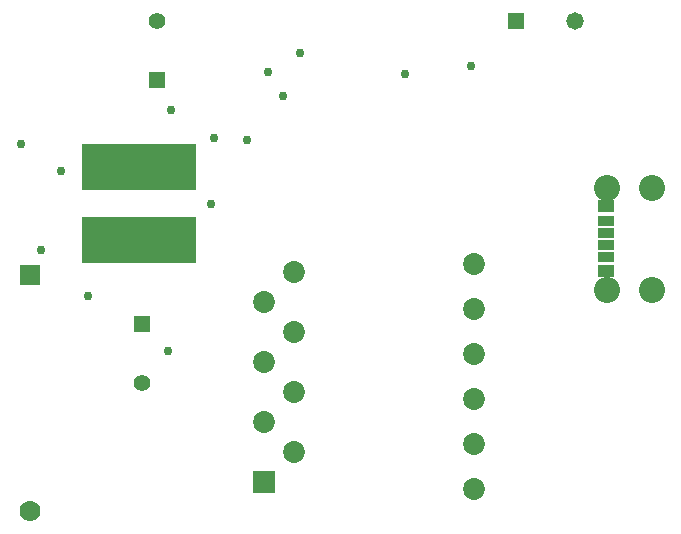
<source format=gbs>
G04*
G04 #@! TF.GenerationSoftware,Altium Limited,Altium Designer,22.2.1 (43)*
G04*
G04 Layer_Color=16711935*
%FSLAX23Y23*%
%MOIN*%
G70*
G04*
G04 #@! TF.SameCoordinates,8410DD60-BE5F-4665-B969-63B9D7D5DCD7*
G04*
G04*
G04 #@! TF.FilePolarity,Negative*
G04*
G01*
G75*
%ADD51C,0.087*%
%ADD52R,0.073X0.073*%
%ADD53C,0.073*%
%ADD54R,0.058X0.058*%
%ADD55C,0.058*%
%ADD56R,0.055X0.055*%
%ADD57C,0.055*%
%ADD58C,0.070*%
%ADD59R,0.070X0.070*%
%ADD60C,0.030*%
%ADD77R,0.055X0.036*%
%ADD78R,0.055X0.038*%
%ADD79R,0.055X0.039*%
%ADD80R,0.382X0.156*%
D51*
X2135Y1205D02*
D03*
X2285D02*
D03*
Y865D02*
D03*
X2135D02*
D03*
D52*
X990Y225D02*
D03*
D53*
X1090Y325D02*
D03*
X990Y425D02*
D03*
X1090Y525D02*
D03*
X990Y625D02*
D03*
X1090Y725D02*
D03*
X990Y825D02*
D03*
X1090Y925D02*
D03*
X1690Y950D02*
D03*
Y800D02*
D03*
Y650D02*
D03*
Y500D02*
D03*
Y350D02*
D03*
Y200D02*
D03*
D54*
X1830Y1760D02*
D03*
D55*
X2027D02*
D03*
D56*
X585Y750D02*
D03*
X635Y1563D02*
D03*
D57*
X585Y553D02*
D03*
X635Y1760D02*
D03*
D58*
X210Y128D02*
D03*
D59*
Y915D02*
D03*
D60*
X405Y845D02*
D03*
X248Y998D02*
D03*
X1680Y1610D02*
D03*
X1460Y1585D02*
D03*
X315Y1260D02*
D03*
X180Y1350D02*
D03*
X935Y1365D02*
D03*
X814Y1150D02*
D03*
X825Y1370D02*
D03*
X680Y1465D02*
D03*
X670Y660D02*
D03*
X1005Y1590D02*
D03*
X1110Y1655D02*
D03*
X1055Y1510D02*
D03*
D77*
X2132Y1055D02*
D03*
Y1015D02*
D03*
D78*
Y975D02*
D03*
Y1095D02*
D03*
D79*
Y927D02*
D03*
Y1143D02*
D03*
D80*
X575Y1029D02*
D03*
Y1275D02*
D03*
M02*

</source>
